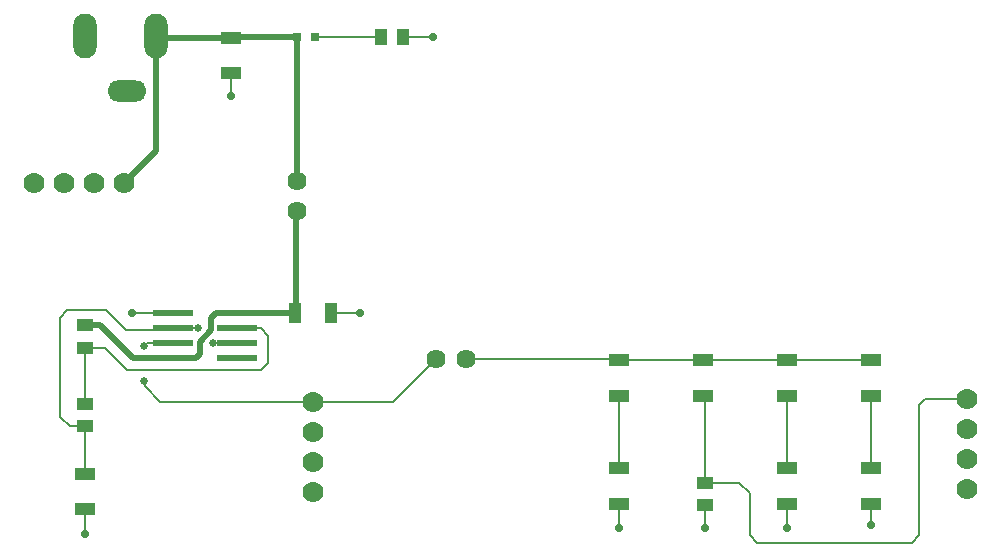
<source format=gtl>
G04*
G04 #@! TF.GenerationSoftware,Altium Limited,Altium Designer,22.0.2 (36)*
G04*
G04 Layer_Physical_Order=1*
G04 Layer_Color=255*
%FSLAX25Y25*%
%MOIN*%
G70*
G04*
G04 #@! TF.SameCoordinates,7413C347-F83B-4BEA-81E0-1AD2B0EE7C59*
G04*
G04*
G04 #@! TF.FilePolarity,Positive*
G04*
G01*
G75*
%ADD11C,0.02000*%
%ADD16C,0.00600*%
%ADD19R,0.03937X0.05709*%
%ADD20R,0.05709X0.03937*%
%ADD21R,0.07100X0.04400*%
%ADD22R,0.03150X0.03150*%
%ADD23R,0.04400X0.07100*%
%ADD24R,0.13386X0.02362*%
%ADD36C,0.07000*%
%ADD37O,0.07874X0.14961*%
%ADD38O,0.12992X0.07087*%
%ADD39C,0.06378*%
%ADD40C,0.02500*%
%ADD41C,0.02800*%
D11*
X102550Y179450D02*
X102600Y179500D01*
X102500Y179400D02*
X102550Y179450D01*
X102500Y131500D02*
Y179400D01*
X80500Y179400D02*
X80550Y179450D01*
X102550D01*
X82630Y87500D02*
X102000D01*
X75500D02*
X82630D01*
X73937Y85937D02*
X75500Y87500D01*
X73937Y81874D02*
Y85937D01*
X70063Y78000D02*
X73937Y81874D01*
X70063Y73916D02*
Y78000D01*
X61551Y72681D02*
X68828D01*
X70063Y73916D01*
X61370Y72500D02*
X61551Y72681D01*
X48000Y72500D02*
X61370D01*
X37020Y83480D02*
X48000Y72500D01*
X45000Y131000D02*
X55622Y141622D01*
Y180000D01*
X102250Y131250D02*
X102500Y131500D01*
X32000Y83480D02*
X37020D01*
X102250Y121250D02*
X102500Y121500D01*
X102250Y87750D02*
Y121250D01*
X102000Y87500D02*
X102250Y87750D01*
X56222Y179400D02*
X80500D01*
X55622Y180000D02*
X56222Y179400D01*
D16*
X108505Y179500D02*
X130500D01*
X108000Y180000D02*
X108500Y179500D01*
X108505D01*
X61370Y82500D02*
X69500D01*
X60870Y82000D02*
X61370Y82500D01*
X74500Y77500D02*
X82630D01*
X51863Y63137D02*
Y64636D01*
X51500Y65000D02*
X51863Y64636D01*
Y63137D02*
X57000Y58000D01*
X108000D01*
X46000Y68500D02*
X90500D01*
X38500Y76000D02*
X46000Y68500D01*
X90500D02*
X93000Y71000D01*
X51500Y76500D02*
X52500Y77500D01*
X61370D01*
X45500Y82000D02*
X60870D01*
X39000Y88500D02*
X45500Y82000D01*
X61370Y82870D02*
X61500Y83000D01*
X47500Y87500D02*
X61370D01*
X32000Y36000D02*
Y49780D01*
X82630Y82500D02*
X90500D01*
X93000Y80000D01*
Y71000D02*
Y80000D01*
X32000Y76000D02*
X38500D01*
X26000Y88500D02*
X39000D01*
X23500Y86000D02*
X26000Y88500D01*
X23500Y53000D02*
Y86000D01*
Y53000D02*
X26720Y49780D01*
X32000D01*
Y57260D02*
Y76000D01*
X137980Y179500D02*
X147740D01*
X326000Y59000D02*
X326500D01*
X312000D02*
X326000D01*
X238550Y31040D02*
X238590Y31000D01*
X250000D01*
X253500Y27500D01*
Y13500D02*
Y27500D01*
Y13500D02*
X256000Y11000D01*
X307500D01*
X310000Y13500D01*
Y57000D01*
X312000Y59000D01*
X134509Y58000D02*
X148726Y72217D01*
X108000Y58000D02*
X134509D01*
X158726Y72217D02*
X209683D01*
X210000Y71900D01*
X158726Y72217D02*
Y72717D01*
X210000Y71900D02*
X238000D01*
X266000D01*
X294000D01*
Y35900D02*
Y60100D01*
X266000Y35900D02*
Y60100D01*
X238000D02*
X238550Y59550D01*
Y31040D02*
Y59550D01*
X210000Y35900D02*
Y60100D01*
X80500Y160000D02*
Y167600D01*
X32000Y14000D02*
Y22200D01*
X293500Y17000D02*
X294000Y17500D01*
Y24100D01*
X293500Y17000D02*
X294000D01*
X266000Y16000D02*
Y24100D01*
X238500Y16000D02*
Y23510D01*
X238550Y23560D01*
X210000Y16000D02*
Y24100D01*
X113800Y87500D02*
X123500D01*
D19*
X137980Y179500D02*
D03*
X130500D02*
D03*
D20*
X32000Y76000D02*
D03*
Y83480D02*
D03*
Y49780D02*
D03*
Y57260D02*
D03*
X238550Y31040D02*
D03*
Y23560D02*
D03*
D21*
X32000Y22200D02*
D03*
Y34000D02*
D03*
X80500Y179400D02*
D03*
Y167600D02*
D03*
X294000Y71900D02*
D03*
Y60100D02*
D03*
X266000Y71900D02*
D03*
Y60100D02*
D03*
X238000Y71900D02*
D03*
Y60100D02*
D03*
X210000Y71900D02*
D03*
Y60100D02*
D03*
X294000Y24100D02*
D03*
Y35900D02*
D03*
X266000Y24100D02*
D03*
Y35900D02*
D03*
X210000Y24100D02*
D03*
Y35900D02*
D03*
D22*
X102600Y179500D02*
D03*
X108505D02*
D03*
D23*
X102000Y87500D02*
D03*
X113800D02*
D03*
D24*
X82630D02*
D03*
Y82500D02*
D03*
Y77500D02*
D03*
Y72500D02*
D03*
X61370D02*
D03*
Y77500D02*
D03*
Y82500D02*
D03*
Y87500D02*
D03*
D36*
X326000Y39000D02*
D03*
Y29000D02*
D03*
Y59000D02*
D03*
Y49000D02*
D03*
X35000Y131000D02*
D03*
X45000D02*
D03*
X15000D02*
D03*
X25000D02*
D03*
X108000Y48000D02*
D03*
Y58000D02*
D03*
Y28000D02*
D03*
Y38000D02*
D03*
D37*
X55622Y180000D02*
D03*
X32000D02*
D03*
D38*
X45779Y161693D02*
D03*
D39*
X148726Y72217D02*
D03*
X158726D02*
D03*
X102500Y131500D02*
D03*
Y121500D02*
D03*
D40*
X69500Y82500D02*
D03*
X74500Y77500D02*
D03*
X51500Y76500D02*
D03*
Y65000D02*
D03*
D41*
X47500Y87500D02*
D03*
X147740Y179500D02*
D03*
X80500Y160000D02*
D03*
X32000Y14000D02*
D03*
X294000Y17000D02*
D03*
X266000Y16000D02*
D03*
X238500D02*
D03*
X210000D02*
D03*
X123500Y87500D02*
D03*
M02*

</source>
